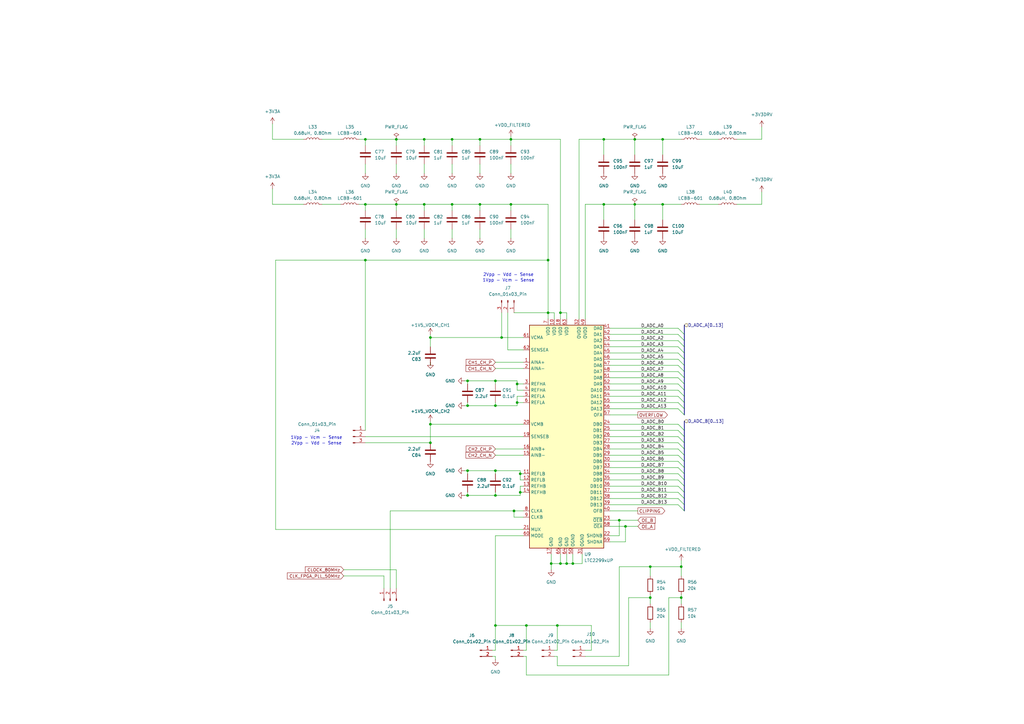
<source format=kicad_sch>
(kicad_sch (version 20250114) (generator "eeschema") (generator_version "9.0")
  (paper "A3")
  (lib_symbols
    (symbol "+2v5:+1V5_VOCM_CH1" (power) (pin_names (offset 0))
      (property "Value" "+1V5_VOCM_CH1" (at 0 3.556 0))
      (symbol "+1V5_VOCM_CH1_1_1"
        (pin power_in line (at 0 0 90) (length 0) (hide yes) (name "+1V5_VOCM_CH1") (number "1"))
      )
    )
    (symbol "+2v5:+1V5_VOCM_CH2" (power) (pin_names (offset 0))
      (property "Value" "+1V5_VOCM_CH2" (at 0 3.556 0))
      (symbol "+1V5_VOCM_CH2_1_1"
        (pin power_in line (at 0 0 90) (length 0) (hide yes) (name "+1V5_VOCM_CH2") (number "1"))
      )
    )
    (symbol "+2v5:+3V3A" (power) (pin_names (offset 0))
      (property "Value" "+3V3A" (at 0 3.556 0))
      (symbol "+3V3A_1_1"
        (pin power_in line (at 0 0 90) (length 0) (hide yes) (name "+3V3A") (number "1"))
      )
    )
    (symbol "+2v5:+3V3DRV" (power) (pin_names (offset 0))
      (property "Value" "+3V3DRV" (at 0 3.556 0))
      (symbol "+3V3DRV_1_1"
        (pin power_in line (at 0 0 90) (length 0) (hide yes) (name "+3V3DRV") (number "1"))
      )
    )
    (symbol "+2v5:+VDD_FILTERED" (power) (pin_names (offset 0))
      (property "Value" "+VDD_FILTERED" (at 0 3.556 0))
      (symbol "+VDD_FILTERED_1_1"
        (pin power_in line (at 0 0 90) (length 0) (hide yes) (name "+VDD_FILTERED") (number "1"))
      )
    )
    (symbol "Analog_ADC:LTC2299xUP"
      (property "Reference" "U9" (at 7.2233 -48.26 0))
      (property "Value" "LTC2299xUP" (at 7.2233 -50.8 0))
      (symbol "LTC2299xUP_1_1"
        (pin passive line (at -17.78 40.64 0) (length 2.54) (name "VCMA") (number "61"))
        (pin input line (at -17.78 35.56 0) (length 2.54) (name "SENSEA") (number "62"))
        (pin input line (at -17.78 30.48 0) (length 2.54) (name "AINA+") (number "1"))
        (pin input line (at -17.78 27.94 0) (length 2.54) (name "AINA-") (number "2"))
        (pin input line (at -17.78 21.59 0) (length 2.54) (name "REFHA") (number "3"))
        (pin input line (at -17.78 19.05 0) (length 2.54) (name "REFHA") (number "4"))
        (pin input line (at -17.78 16.51 0) (length 2.54) (name "REFLA") (number "5"))
        (pin input line (at -17.78 13.97 0) (length 2.54) (name "REFLA") (number "6"))
        (pin passive line (at -17.78 5.08 0) (length 2.54) (name "VCMB") (number "20"))
        (pin input line (at -17.78 0 0) (length 2.54) (name "SENSEB") (number "19"))
        (pin input line (at -17.78 -5.08 0) (length 2.54) (name "AINB+") (number "16"))
        (pin input line (at -17.78 -7.62 0) (length 2.54) (name "AINB-") (number "15"))
        (pin input line (at -17.78 -15.24 0) (length 2.54) (name "REFLB") (number "11"))
        (pin input line (at -17.78 -17.78 0) (length 2.54) (name "REFLB") (number "12"))
        (pin input line (at -17.78 -20.32 0) (length 2.54) (name "REFHB") (number "13"))
        (pin input line (at -17.78 -22.86 0) (length 2.54) (name "REFHB") (number "14"))
        (pin input line (at -17.78 -30.48 0) (length 2.54) (name "CLKA") (number "8"))
        (pin input line (at -17.78 -33.02 0) (length 2.54) (name "CLKB") (number "9"))
        (pin input line (at -17.78 -38.1 0) (length 2.54) (name "MUX") (number "21"))
        (pin input line (at -17.78 -40.64 0) (length 2.54) (name "MODE") (number "60"))
        (pin power_in line (at -7.62 48.26 270) (length 2.54) (name "VDD") (number "7"))
        (pin power_in line (at -6.35 -48.26 90) (length 2.54) (name "GND") (number "17"))
        (pin power_in line (at -5.08 48.26 270) (length 2.54) (name "VDD") (number "10"))
        (pin power_in line (at -2.54 48.26 270) (length 2.54) (name "VDD") (number "18"))
        (pin passive line (at -2.54 -48.26 90) (length 2.54) (name "GND") (number "65"))
        (pin power_in line (at 0 48.26 270) (length 2.54) (name "VDD") (number "63"))
        (pin passive line (at 0 -48.26 90) (length 2.54) (name "GND") (number "64"))
        (pin passive line (at 2.54 -48.26 90) (length 2.54) (name "OGND") (number "50"))
        (pin power_in line (at 5.08 48.26 270) (length 2.54) (name "OVDD") (number "32"))
        (pin power_in line (at 6.35 -48.26 90) (length 2.54) (name "OGND") (number "31"))
        (pin power_in line (at 7.62 48.26 270) (length 2.54) (name "OVDD") (number "49"))
        (pin output line (at 17.78 44.45 180) (length 2.54) (name "DA0") (number "41"))
        (pin output line (at 17.78 41.91 180) (length 2.54) (name "DA1") (number "42"))
        (pin output line (at 17.78 39.37 180) (length 2.54) (name "DA2") (number "43"))
        (pin output line (at 17.78 36.83 180) (length 2.54) (name "DA3") (number "44"))
        (pin output line (at 17.78 34.29 180) (length 2.54) (name "DA4") (number "45"))
        (pin output line (at 17.78 31.75 180) (length 2.54) (name "DA5") (number "46"))
        (pin output line (at 17.78 29.21 180) (length 2.54) (name "DA6") (number "47"))
        (pin output line (at 17.78 26.67 180) (length 2.54) (name "DA7") (number "48"))
        (pin output line (at 17.78 24.13 180) (length 2.54) (name "DA8") (number "51"))
        (pin output line (at 17.78 21.59 180) (length 2.54) (name "DA9") (number "52"))
        (pin output line (at 17.78 19.05 180) (length 2.54) (name "DA10") (number "53"))
        (pin output line (at 17.78 16.51 180) (length 2.54) (name "DA11") (number "54"))
        (pin output line (at 17.78 13.97 180) (length 2.54) (name "DA12") (number "55"))
        (pin output line (at 17.78 11.43 180) (length 2.54) (name "DA13") (number "56"))
        (pin output line (at 17.78 8.89 180) (length 2.54) (name "OFA") (number "57"))
        (pin output line (at 17.78 5.08 180) (length 2.54) (name "DB0") (number "24"))
        (pin output line (at 17.78 2.54 180) (length 2.54) (name "DB1") (number "25"))
        (pin output line (at 17.78 0 180) (length 2.54) (name "DB2") (number "26"))
        (pin output line (at 17.78 -2.54 180) (length 2.54) (name "DB3") (number "27"))
        (pin output line (at 17.78 -5.08 180) (length 2.54) (name "DB4") (number "28"))
        (pin output line (at 17.78 -7.62 180) (length 2.54) (name "DB5") (number "29"))
        (pin output line (at 17.78 -10.16 180) (length 2.54) (name "DB6") (number "30"))
        (pin output line (at 17.78 -12.7 180) (length 2.54) (name "DB7") (number "33"))
        (pin output line (at 17.78 -15.24 180) (length 2.54) (name "DB8") (number "34"))
        (pin output line (at 17.78 -17.78 180) (length 2.54) (name "DB9") (number "35"))
        (pin output line (at 17.78 -20.32 180) (length 2.54) (name "DB10") (number "36"))
        (pin output line (at 17.78 -22.86 180) (length 2.54) (name "DB11") (number "37"))
        (pin output line (at 17.78 -25.4 180) (length 2.54) (name "DB12") (number "38"))
        (pin output line (at 17.78 -27.94 180) (length 2.54) (name "DB13") (number "39"))
        (pin output line (at 17.78 -30.48 180) (length 2.54) (name "OFB") (number "40"))
        (pin input line (at 17.78 -34.29 180) (length 2.54) (name "~{OEB}") (number "23"))
        (pin input line (at 17.78 -36.83 180) (length 2.54) (name "~{OEA}") (number "58"))
        (pin input line (at 17.78 -40.64 180) (length 2.54) (name "SHDNB") (number "22"))
        (pin input line (at 17.78 -43.18 180) (length 2.54) (name "SHDNA") (number "59"))
      )
    )
    (symbol "Connector:Conn_01x02_Pin" (pin_names (offset 1.016) (hide yes))
      (property "Reference" "J" (at 0 2.54 0))
      (property "Value" "Conn_01x02_Pin" (at 0 -5.08 0))
      (symbol "Conn_01x02_Pin_1_1"
        (pin passive line (at 5.08 0 180) (length 3.81) (name "Pin_1") (number "1"))
        (pin passive line (at 5.08 -2.54 180) (length 3.81) (name "Pin_2") (number "2"))
      )
    )
    (symbol "Connector:Conn_01x03_Pin" (pin_names (offset 1.016) (hide yes))
      (property "Reference" "J" (at 0 5.08 0))
      (property "Value" "Conn_01x03_Pin" (at 0 -5.08 0))
      (symbol "Conn_01x03_Pin_1_1"
        (pin passive line (at 5.08 2.54 180) (length 3.81) (name "Pin_1") (number "1"))
        (pin passive line (at 5.08 0 180) (length 3.81) (name "Pin_2") (number "2"))
        (pin passive line (at 5.08 -2.54 180) (length 3.81) (name "Pin_3") (number "3"))
      )
    )
    (symbol "Device:C" (pin_numbers (hide yes)) (pin_names (offset 0.254))
      (property "Reference" "C" (at 0.635 2.54 0))
      (property "Value" "C" (at 0.635 -2.54 0))
      (symbol "C_1_1"
        (pin passive line (at 0 3.81 270) (length 2.794) (name "~") (number "1"))
        (pin passive line (at 0 -3.81 90) (length 2.794) (name "~") (number "2"))
      )
    )
    (symbol "Device:L" (pin_numbers (hide yes)) (pin_names (offset 1.016) (hide yes))
      (property "Reference" "L" (at -1.27 0 90))
      (property "Value" "L" (at 1.905 0 90))
      (symbol "L_1_1"
        (pin passive line (at 0 3.81 270) (length 1.27) (name "1") (number "1"))
        (pin passive line (at 0 -3.81 90) (length 1.27) (name "2") (number "2"))
      )
    )
    (symbol "Device:R" (pin_numbers (hide yes)) (pin_names (offset 0))
      (property "Reference" "R" (at 2.032 0 90))
      (property "Value" "R" (at 0 0 90))
      (symbol "R_1_1"
        (pin passive line (at 0 3.81 270) (length 1.27) (name "~") (number "1"))
        (pin passive line (at 0 -3.81 90) (length 1.27) (name "~") (number "2"))
      )
    )
    (symbol "power:GND" (power) (pin_numbers (hide yes)) (pin_names (offset 0) (hide yes))
      (property "Value" "GND" (at 0 -3.81 0))
      (symbol "GND_1_1"
        (pin power_in line (at 0 0 270) (length 0) (name "~") (number "1"))
      )
    )
    (symbol "power:PWR_FLAG" (power) (pin_numbers (hide yes)) (pin_names (offset 0) (hide yes))
      (property "Value" "PWR_FLAG" (at 0 3.81 0))
      (symbol "PWR_FLAG_0_0"
        (pin power_out line (at 0 0 90) (length 0) (name "~") (number "1"))
      )
    )
  )
  (text "2Vpp - Vdd - Sense\n" (at 129.794 181.864 0) (effects (font (size 1.27 1.27))))
  (text "2Vpp - Vdd - Sense\n" (at 208.534 112.776 0) (effects (font (size 1.27 1.27))))
  (text "1Vpp - Vcm - Sense" (at 129.794 179.578 0) (effects (font (size 1.27 1.27))))
  (text "1Vpp - Vcm - Sense" (at 208.534 115.062 0) (effects (font (size 1.27 1.27))))
  (junction (at 203.2 156.21))
  (junction (at 176.53 173.99))
  (junction (at 203.2 193.04))
  (junction (at 149.86 83.82))
  (junction (at 173.99 57.15))
  (junction (at 224.79 106.68))
  (junction (at 191.77 203.2))
  (junction (at 266.7 245.11))
  (junction (at 203.2 256.54))
  (junction (at 234.95 231.14))
  (junction (at 229.87 128.27))
  (junction (at 196.85 83.82))
  (junction (at 162.56 57.15))
  (junction (at 149.86 106.68))
  (junction (at 229.87 231.14))
  (junction (at 212.09 157.48))
  (junction (at 176.53 181.61))
  (junction (at 215.9 256.54))
  (junction (at 205.74 138.43))
  (junction (at 226.06 231.14))
  (junction (at 213.36 201.93))
  (junction (at 185.42 83.82))
  (junction (at 271.78 83.82))
  (junction (at 266.7 232.41))
  (junction (at 185.42 57.15))
  (junction (at 209.55 83.82))
  (junction (at 271.78 57.15))
  (junction (at 260.35 83.82))
  (junction (at 209.55 57.15))
  (junction (at 191.77 166.37))
  (junction (at 247.65 57.15))
  (junction (at 203.2 203.2))
  (junction (at 254 213.36))
  (junction (at 224.79 128.27))
  (junction (at 191.77 156.21))
  (junction (at 213.36 194.31))
  (junction (at 210.82 209.55))
  (junction (at 149.86 57.15))
  (junction (at 260.35 57.15))
  (junction (at 162.56 83.82))
  (junction (at 196.85 57.15))
  (junction (at 212.09 165.1))
  (junction (at 176.53 138.43))
  (junction (at 191.77 193.04))
  (junction (at 256.54 215.9))
  (junction (at 279.4 245.11))
  (junction (at 232.41 231.14))
  (junction (at 279.4 232.41))
  (junction (at 173.99 83.82))
  (junction (at 247.65 83.82))
  (junction (at 228.6 256.54))
  (junction (at 203.2 166.37))
  (bus_entry (at 278.13 160.02) (size 2.54 2.54))
  (bus_entry (at 278.13 176.53) (size 2.54 2.54))
  (bus_entry (at 278.13 199.39) (size 2.54 2.54))
  (bus_entry (at 278.13 157.48) (size 2.54 2.54))
  (bus_entry (at 278.13 152.4) (size 2.54 2.54))
  (bus_entry (at 278.13 184.15) (size 2.54 2.54))
  (bus_entry (at 278.13 173.99) (size 2.54 2.54))
  (bus_entry (at 278.13 186.69) (size 2.54 2.54))
  (bus_entry (at 278.13 179.07) (size 2.54 2.54))
  (bus_entry (at 278.13 204.47) (size 2.54 2.54))
  (bus_entry (at 278.13 196.85) (size 2.54 2.54))
  (bus_entry (at 278.13 139.7) (size 2.54 2.54))
  (bus_entry (at 278.13 201.93) (size 2.54 2.54))
  (bus_entry (at 278.13 162.56) (size 2.54 2.54))
  (bus_entry (at 278.13 147.32) (size 2.54 2.54))
  (bus_entry (at 278.13 194.31) (size 2.54 2.54))
  (bus_entry (at 278.13 191.77) (size 2.54 2.54))
  (bus_entry (at 278.13 137.16) (size 2.54 2.54))
  (bus_entry (at 278.13 142.24) (size 2.54 2.54))
  (bus_entry (at 278.13 181.61) (size 2.54 2.54))
  (bus_entry (at 278.13 144.78) (size 2.54 2.54))
  (bus_entry (at 278.13 154.94) (size 2.54 2.54))
  (bus_entry (at 278.13 149.86) (size 2.54 2.54))
  (bus_entry (at 278.13 189.23) (size 2.54 2.54))
  (bus_entry (at 278.13 207.01) (size 2.54 2.54))
  (bus_entry (at 278.13 167.64) (size 2.54 2.54))
  (bus_entry (at 278.13 165.1) (size 2.54 2.54))
  (bus_entry (at 278.13 134.62) (size 2.54 2.54))
  (wire (pts (xy 212.09 157.48) (xy 214.63 157.48)))
  (wire (pts (xy 191.77 203.2) (xy 190.5 203.2)))
  (wire (pts (xy 173.99 57.15) (xy 185.42 57.15)))
  (wire (pts (xy 213.36 194.31) (xy 214.63 194.31)))
  (wire (pts (xy 185.42 57.15) (xy 196.85 57.15)))
  (wire (pts (xy 214.63 179.07) (xy 149.86 179.07)))
  (bus (pts (xy 280.67 189.23) (xy 280.67 191.77)))
  (wire (pts (xy 271.78 90.17) (xy 271.78 83.82)))
  (wire (pts (xy 210.82 212.09) (xy 210.82 209.55)))
  (wire (pts (xy 176.53 173.99) (xy 214.63 173.99)))
  (wire (pts (xy 250.19 142.24) (xy 278.13 142.24)))
  (wire (pts (xy 279.4 229.87) (xy 279.4 232.41)))
  (wire (pts (xy 250.19 184.15) (xy 278.13 184.15)))
  (wire (pts (xy 224.79 83.82) (xy 209.55 83.82)))
  (wire (pts (xy 203.2 184.15) (xy 214.63 184.15)))
  (wire (pts (xy 266.7 243.84) (xy 266.7 245.11)))
  (wire (pts (xy 250.19 222.25) (xy 256.54 222.25)))
  (wire (pts (xy 271.78 83.82) (xy 260.35 83.82)))
  (wire (pts (xy 274.32 276.86) (xy 274.32 245.11)))
  (bus (pts (xy 280.67 179.07) (xy 280.67 181.61)))
  (wire (pts (xy 213.36 194.31) (xy 213.36 193.04)))
  (wire (pts (xy 294.64 57.15) (xy 287.02 57.15)))
  (bus (pts (xy 280.67 191.77) (xy 280.67 194.31)))
  (wire (pts (xy 250.19 154.94) (xy 278.13 154.94)))
  (bus (pts (xy 280.67 149.86) (xy 280.67 152.4)))
  (wire (pts (xy 250.19 165.1) (xy 278.13 165.1)))
  (bus (pts (xy 280.67 144.78) (xy 280.67 147.32)))
  (wire (pts (xy 190.5 156.21) (xy 191.77 156.21)))
  (wire (pts (xy 203.2 165.1) (xy 203.2 166.37)))
  (wire (pts (xy 203.2 203.2) (xy 191.77 203.2)))
  (wire (pts (xy 209.55 57.15) (xy 229.87 57.15)))
  (wire (pts (xy 254 213.36) (xy 254 219.71)))
  (wire (pts (xy 250.19 179.07) (xy 278.13 179.07)))
  (wire (pts (xy 250.19 144.78) (xy 278.13 144.78)))
  (wire (pts (xy 302.26 83.82) (xy 312.42 83.82)))
  (wire (pts (xy 191.77 165.1) (xy 191.77 166.37)))
  (bus (pts (xy 280.67 176.53) (xy 280.67 179.07)))
  (bus (pts (xy 280.67 204.47) (xy 280.67 207.01)))
  (wire (pts (xy 111.76 77.47) (xy 111.76 83.82)))
  (wire (pts (xy 162.56 57.15) (xy 173.99 57.15)))
  (wire (pts (xy 226.06 231.14) (xy 226.06 233.68)))
  (wire (pts (xy 214.63 162.56) (xy 212.09 162.56)))
  (wire (pts (xy 232.41 130.81) (xy 232.41 128.27)))
  (bus (pts (xy 280.67 162.56) (xy 280.67 165.1)))
  (wire (pts (xy 147.32 57.15) (xy 149.86 57.15)))
  (wire (pts (xy 279.4 255.27) (xy 279.4 257.81)))
  (wire (pts (xy 173.99 86.36) (xy 173.99 83.82)))
  (wire (pts (xy 203.2 270.51) (xy 203.2 269.24)))
  (wire (pts (xy 215.9 266.7) (xy 215.9 256.54)))
  (wire (pts (xy 247.65 57.15) (xy 260.35 57.15)))
  (wire (pts (xy 257.81 245.11) (xy 266.7 245.11)))
  (bus (pts (xy 280.67 133.35) (xy 280.67 137.16)))
  (wire (pts (xy 208.28 143.51) (xy 214.63 143.51)))
  (wire (pts (xy 203.2 219.71) (xy 214.63 219.71)))
  (bus (pts (xy 280.67 142.24) (xy 280.67 144.78)))
  (wire (pts (xy 176.53 138.43) (xy 205.74 138.43)))
  (wire (pts (xy 149.86 181.61) (xy 176.53 181.61)))
  (wire (pts (xy 213.36 203.2) (xy 203.2 203.2)))
  (wire (pts (xy 203.2 256.54) (xy 215.9 256.54)))
  (wire (pts (xy 214.63 160.02) (xy 212.09 160.02)))
  (wire (pts (xy 213.36 201.93) (xy 213.36 203.2)))
  (wire (pts (xy 294.64 83.82) (xy 287.02 83.82)))
  (wire (pts (xy 250.19 207.01) (xy 278.13 207.01)))
  (wire (pts (xy 205.74 138.43) (xy 214.63 138.43)))
  (wire (pts (xy 234.95 227.33) (xy 234.95 231.14)))
  (wire (pts (xy 250.19 196.85) (xy 278.13 196.85)))
  (wire (pts (xy 203.2 193.04) (xy 203.2 194.31)))
  (wire (pts (xy 240.03 83.82) (xy 247.65 83.82)))
  (wire (pts (xy 149.86 93.98) (xy 149.86 97.79)))
  (bus (pts (xy 280.67 154.94) (xy 280.67 157.48)))
  (wire (pts (xy 214.63 217.17) (xy 113.03 217.17)))
  (wire (pts (xy 191.77 156.21) (xy 203.2 156.21)))
  (wire (pts (xy 191.77 193.04) (xy 203.2 193.04)))
  (wire (pts (xy 185.42 57.15) (xy 185.42 59.69)))
  (wire (pts (xy 250.19 199.39) (xy 278.13 199.39)))
  (wire (pts (xy 250.19 186.69) (xy 278.13 186.69)))
  (wire (pts (xy 250.19 201.93) (xy 278.13 201.93)))
  (wire (pts (xy 214.63 212.09) (xy 210.82 212.09)))
  (wire (pts (xy 250.19 152.4) (xy 278.13 152.4)))
  (wire (pts (xy 160.02 241.3) (xy 160.02 209.55)))
  (wire (pts (xy 247.65 57.15) (xy 247.65 63.5)))
  (bus (pts (xy 280.67 194.31) (xy 280.67 196.85)))
  (bus (pts (xy 280.67 157.48) (xy 280.67 160.02)))
  (wire (pts (xy 196.85 67.31) (xy 196.85 71.12)))
  (wire (pts (xy 196.85 57.15) (xy 196.85 59.69)))
  (wire (pts (xy 250.19 134.62) (xy 278.13 134.62)))
  (wire (pts (xy 250.19 149.86) (xy 278.13 149.86)))
  (wire (pts (xy 208.28 128.27) (xy 208.28 143.51)))
  (wire (pts (xy 185.42 83.82) (xy 185.42 86.36)))
  (wire (pts (xy 191.77 193.04) (xy 191.77 194.31)))
  (wire (pts (xy 210.82 209.55) (xy 214.63 209.55)))
  (wire (pts (xy 149.86 67.31) (xy 149.86 71.12)))
  (wire (pts (xy 250.19 181.61) (xy 278.13 181.61)))
  (wire (pts (xy 149.86 106.68) (xy 224.79 106.68)))
  (wire (pts (xy 212.09 157.48) (xy 212.09 156.21)))
  (wire (pts (xy 247.65 83.82) (xy 247.65 90.17)))
  (wire (pts (xy 279.4 245.11) (xy 279.4 247.65)))
  (wire (pts (xy 191.77 166.37) (xy 190.5 166.37)))
  (wire (pts (xy 209.55 86.36) (xy 209.55 83.82)))
  (wire (pts (xy 149.86 83.82) (xy 147.32 83.82)))
  (wire (pts (xy 203.2 219.71) (xy 203.2 256.54)))
  (wire (pts (xy 312.42 57.15) (xy 312.42 52.07)))
  (wire (pts (xy 185.42 83.82) (xy 173.99 83.82)))
  (wire (pts (xy 162.56 67.31) (xy 162.56 71.12)))
  (bus (pts (xy 280.67 201.93) (xy 280.67 204.47)))
  (wire (pts (xy 157.48 236.22) (xy 157.48 241.3)))
  (wire (pts (xy 266.7 257.81) (xy 266.7 255.27)))
  (wire (pts (xy 132.08 57.15) (xy 139.7 57.15)))
  (bus (pts (xy 280.67 137.16) (xy 280.67 139.7)))
  (wire (pts (xy 250.19 157.48) (xy 278.13 157.48)))
  (wire (pts (xy 256.54 215.9) (xy 256.54 222.25)))
  (bus (pts (xy 280.67 147.32) (xy 280.67 149.86)))
  (wire (pts (xy 240.03 83.82) (xy 240.03 130.81)))
  (wire (pts (xy 173.99 93.98) (xy 173.99 97.79)))
  (wire (pts (xy 250.19 137.16) (xy 278.13 137.16)))
  (wire (pts (xy 312.42 83.82) (xy 312.42 78.74)))
  (wire (pts (xy 160.02 209.55) (xy 210.82 209.55)))
  (wire (pts (xy 237.49 57.15) (xy 237.49 130.81)))
  (wire (pts (xy 228.6 266.7) (xy 228.6 256.54)))
  (wire (pts (xy 201.93 266.7) (xy 203.2 266.7)))
  (wire (pts (xy 203.2 266.7) (xy 203.2 256.54)))
  (wire (pts (xy 226.06 231.14) (xy 229.87 231.14)))
  (wire (pts (xy 254 232.41) (xy 266.7 232.41)))
  (wire (pts (xy 250.19 162.56) (xy 278.13 162.56)))
  (wire (pts (xy 254 219.71) (xy 250.19 219.71)))
  (wire (pts (xy 227.33 266.7) (xy 228.6 266.7)))
  (wire (pts (xy 176.53 149.86) (xy 176.53 148.59)))
  (bus (pts (xy 280.67 160.02) (xy 280.67 162.56)))
  (bus (pts (xy 280.67 184.15) (xy 280.67 186.69)))
  (wire (pts (xy 203.2 148.59) (xy 214.63 148.59)))
  (wire (pts (xy 232.41 227.33) (xy 232.41 231.14)))
  (wire (pts (xy 111.76 57.15) (xy 124.46 57.15)))
  (wire (pts (xy 302.26 57.15) (xy 312.42 57.15)))
  (bus (pts (xy 280.67 207.01) (xy 280.67 209.55)))
  (wire (pts (xy 162.56 93.98) (xy 162.56 97.79)))
  (wire (pts (xy 203.2 166.37) (xy 191.77 166.37)))
  (wire (pts (xy 212.09 165.1) (xy 214.63 165.1)))
  (wire (pts (xy 203.2 151.13) (xy 214.63 151.13)))
  (wire (pts (xy 176.53 181.61) (xy 176.53 173.99)))
  (wire (pts (xy 250.19 204.47) (xy 278.13 204.47)))
  (wire (pts (xy 196.85 57.15) (xy 209.55 57.15)))
  (wire (pts (xy 240.03 266.7) (xy 242.57 266.7)))
  (wire (pts (xy 228.6 256.54) (xy 215.9 256.54)))
  (wire (pts (xy 212.09 162.56) (xy 212.09 165.1)))
  (wire (pts (xy 224.79 128.27) (xy 224.79 130.81)))
  (wire (pts (xy 205.74 128.27) (xy 205.74 138.43)))
  (bus (pts (xy 280.67 152.4) (xy 280.67 154.94)))
  (wire (pts (xy 250.19 176.53) (xy 278.13 176.53)))
  (wire (pts (xy 196.85 83.82) (xy 196.85 86.36)))
  (wire (pts (xy 149.86 86.36) (xy 149.86 83.82)))
  (wire (pts (xy 238.76 227.33) (xy 238.76 231.14)))
  (wire (pts (xy 212.09 165.1) (xy 212.09 166.37)))
  (wire (pts (xy 149.86 57.15) (xy 162.56 57.15)))
  (wire (pts (xy 209.55 67.31) (xy 209.55 71.12)))
  (wire (pts (xy 162.56 83.82) (xy 173.99 83.82)))
  (wire (pts (xy 214.63 199.39) (xy 213.36 199.39)))
  (wire (pts (xy 132.08 83.82) (xy 139.7 83.82)))
  (wire (pts (xy 271.78 83.82) (xy 279.4 83.82)))
  (wire (pts (xy 214.63 196.85) (xy 213.36 196.85)))
  (wire (pts (xy 113.03 106.68) (xy 149.86 106.68)))
  (wire (pts (xy 266.7 245.11) (xy 266.7 247.65)))
  (wire (pts (xy 203.2 156.21) (xy 203.2 157.48)))
  (wire (pts (xy 250.19 139.7) (xy 278.13 139.7)))
  (wire (pts (xy 250.19 191.77) (xy 278.13 191.77)))
  (wire (pts (xy 203.2 193.04) (xy 213.36 193.04)))
  (wire (pts (xy 190.5 193.04) (xy 191.77 193.04)))
  (wire (pts (xy 111.76 50.8) (xy 111.76 57.15)))
  (wire (pts (xy 250.19 160.02) (xy 278.13 160.02)))
  (wire (pts (xy 196.85 83.82) (xy 185.42 83.82)))
  (wire (pts (xy 214.63 266.7) (xy 215.9 266.7)))
  (wire (pts (xy 162.56 86.36) (xy 162.56 83.82)))
  (wire (pts (xy 213.36 196.85) (xy 213.36 194.31)))
  (wire (pts (xy 227.33 130.81) (xy 227.33 128.27)))
  (wire (pts (xy 247.65 83.82) (xy 260.35 83.82)))
  (wire (pts (xy 173.99 67.31) (xy 173.99 71.12)))
  (wire (pts (xy 176.53 138.43) (xy 176.53 137.16)))
  (wire (pts (xy 256.54 215.9) (xy 261.62 215.9)))
  (wire (pts (xy 274.32 245.11) (xy 279.4 245.11)))
  (wire (pts (xy 215.9 276.86) (xy 215.9 269.24)))
  (wire (pts (xy 257.81 273.05) (xy 257.81 245.11)))
  (wire (pts (xy 212.09 160.02) (xy 212.09 157.48)))
  (wire (pts (xy 196.85 93.98) (xy 196.85 97.79)))
  (wire (pts (xy 229.87 57.15) (xy 229.87 128.27)))
  (wire (pts (xy 250.19 167.64) (xy 278.13 167.64)))
  (wire (pts (xy 261.62 209.55) (xy 250.19 209.55)))
  (bus (pts (xy 280.67 199.39) (xy 280.67 201.93)))
  (wire (pts (xy 232.41 231.14) (xy 234.95 231.14)))
  (wire (pts (xy 215.9 269.24) (xy 214.63 269.24)))
  (wire (pts (xy 228.6 269.24) (xy 227.33 269.24)))
  (wire (pts (xy 213.36 201.93) (xy 214.63 201.93)))
  (wire (pts (xy 260.35 83.82) (xy 260.35 90.17)))
  (wire (pts (xy 185.42 67.31) (xy 185.42 71.12)))
  (wire (pts (xy 113.03 217.17) (xy 113.03 106.68)))
  (wire (pts (xy 209.55 55.88) (xy 209.55 57.15)))
  (wire (pts (xy 250.19 194.31) (xy 278.13 194.31)))
  (wire (pts (xy 254 269.24) (xy 240.03 269.24)))
  (wire (pts (xy 203.2 201.93) (xy 203.2 203.2)))
  (wire (pts (xy 209.55 83.82) (xy 196.85 83.82)))
  (wire (pts (xy 250.19 215.9) (xy 256.54 215.9)))
  (wire (pts (xy 210.82 128.27) (xy 224.79 128.27)))
  (wire (pts (xy 266.7 232.41) (xy 266.7 236.22)))
  (wire (pts (xy 227.33 128.27) (xy 224.79 128.27)))
  (wire (pts (xy 250.19 213.36) (xy 254 213.36)))
  (wire (pts (xy 149.86 176.53) (xy 149.86 106.68)))
  (wire (pts (xy 191.77 201.93) (xy 191.77 203.2)))
  (wire (pts (xy 242.57 256.54) (xy 228.6 256.54)))
  (wire (pts (xy 162.56 233.68) (xy 140.97 233.68)))
  (wire (pts (xy 261.62 170.18) (xy 250.19 170.18)))
  (bus (pts (xy 280.67 167.64) (xy 280.67 170.18)))
  (wire (pts (xy 271.78 63.5) (xy 271.78 57.15)))
  (bus (pts (xy 280.67 186.69) (xy 280.67 189.23)))
  (wire (pts (xy 185.42 93.98) (xy 185.42 97.79)))
  (wire (pts (xy 162.56 83.82) (xy 149.86 83.82)))
  (wire (pts (xy 250.19 147.32) (xy 278.13 147.32)))
  (wire (pts (xy 226.06 227.33) (xy 226.06 231.14)))
  (wire (pts (xy 232.41 231.14) (xy 229.87 231.14)))
  (wire (pts (xy 176.53 173.99) (xy 176.53 172.72)))
  (wire (pts (xy 254 232.41) (xy 254 269.24)))
  (wire (pts (xy 266.7 232.41) (xy 279.4 232.41)))
  (wire (pts (xy 234.95 231.14) (xy 238.76 231.14)))
  (wire (pts (xy 279.4 243.84) (xy 279.4 245.11)))
  (wire (pts (xy 250.19 189.23) (xy 278.13 189.23)))
  (wire (pts (xy 176.53 142.24) (xy 176.53 138.43)))
  (wire (pts (xy 229.87 227.33) (xy 229.87 231.14)))
  (wire (pts (xy 203.2 186.69) (xy 214.63 186.69)))
  (wire (pts (xy 228.6 273.05) (xy 228.6 269.24)))
  (bus (pts (xy 280.67 139.7) (xy 280.67 142.24)))
  (bus (pts (xy 280.67 196.85) (xy 280.67 199.39)))
  (wire (pts (xy 203.2 166.37) (xy 212.09 166.37)))
  (wire (pts (xy 111.76 83.82) (xy 124.46 83.82)))
  (wire (pts (xy 232.41 128.27) (xy 229.87 128.27)))
  (wire (pts (xy 203.2 269.24) (xy 201.93 269.24)))
  (bus (pts (xy 280.67 172.72) (xy 280.67 176.53)))
  (wire (pts (xy 224.79 83.82) (xy 224.79 106.68)))
  (bus (pts (xy 280.67 165.1) (xy 280.67 167.64)))
  (wire (pts (xy 213.36 199.39) (xy 213.36 201.93)))
  (wire (pts (xy 271.78 57.15) (xy 279.4 57.15)))
  (wire (pts (xy 224.79 106.68) (xy 224.79 128.27)))
  (wire (pts (xy 173.99 59.69) (xy 173.99 57.15)))
  (bus (pts (xy 280.67 181.61) (xy 280.67 184.15)))
  (wire (pts (xy 228.6 273.05) (xy 257.81 273.05)))
  (wire (pts (xy 250.19 173.99) (xy 278.13 173.99)))
  (wire (pts (xy 254 213.36) (xy 261.62 213.36)))
  (wire (pts (xy 271.78 57.15) (xy 260.35 57.15)))
  (wire (pts (xy 242.57 266.7) (xy 242.57 256.54)))
  (wire (pts (xy 191.77 156.21) (xy 191.77 157.48)))
  (wire (pts (xy 140.97 236.22) (xy 157.48 236.22)))
  (wire (pts (xy 212.09 156.21) (xy 203.2 156.21)))
  (wire (pts (xy 237.49 57.15) (xy 247.65 57.15)))
  (wire (pts (xy 209.55 59.69) (xy 209.55 57.15)))
  (wire (pts (xy 279.4 232.41) (xy 279.4 236.22)))
  (wire (pts (xy 209.55 93.98) (xy 209.55 97.79)))
  (wire (pts (xy 149.86 59.69) (xy 149.86 57.15)))
  (wire (pts (xy 215.9 276.86) (xy 274.32 276.86)))
  (wire (pts (xy 229.87 130.81) (xy 229.87 128.27)))
  (wire (pts (xy 162.56 241.3) (xy 162.56 233.68)))
  (wire (pts (xy 260.35 57.15) (xy 260.35 63.5)))
  (wire (pts (xy 162.56 59.69) (xy 162.56 57.15)))
  (label "D_ADC_B9" (at 262.89 196.85 0))
  (label "D_ADC_B13" (at 262.89 207.01 0))
  (label "D_ADC_A13" (at 262.89 167.64 0))
  (label "D_ADC_B3" (at 262.89 181.61 0))
  (label "D_ADC_A11" (at 262.89 162.56 0))
  (label "D_ADC_B7" (at 262.89 191.77 0))
  (label "D_ADC_A8" (at 262.89 154.94 0))
  (label "D_ADC_A10" (at 262.89 160.02 0))
  (label "D_ADC_A5" (at 262.89 147.32 0))
  (label "D_ADC_A12" (at 262.89 165.1 0))
  (label "D_ADC_B0" (at 262.89 173.99 0))
  (label "D_ADC_B6" (at 262.89 189.23 0))
  (label "D_ADC_A7" (at 262.89 152.4 0))
  (label "D_ADC_A0" (at 262.89 134.62 0))
  (label "D_ADC_A3" (at 262.89 142.24 0))
  (label "D_ADC_B2" (at 262.89 179.07 0))
  (label "D_ADC_A4" (at 262.89 144.78 0))
  (label "D_ADC_A2" (at 262.89 139.7 0))
  (label "D_ADC_A6" (at 262.89 149.86 0))
  (label "D_ADC_B4" (at 262.89 184.15 0))
  (label "D_ADC_B10" (at 262.89 199.39 0))
  (label "D_ADC_B8" (at 262.89 194.31 0))
  (label "D_ADC_B12" (at 262.89 204.47 0))
  (label "D_ADC_B1" (at 262.89 176.53 0))
  (label "D_ADC_B11" (at 262.89 201.93 0))
  (label "D_ADC_B5" (at 262.89 186.69 0))
  (label "D_ADC_A1" (at 262.89 137.16 0))
  (label "D_ADC_A9" (at 262.89 157.48 0))
  (global_label "OE_B" (shape input) (at 261.62 213.36 0) (property "Intersheetrefs" "${INTERSHEET_REFS}" (effects (hide yes))))
  (global_label "CH2_CH_N" (shape input) (at 203.2 186.69 180) (property "Intersheetrefs" "${INTERSHEET_REFS}" (effects (hide yes))))
  (global_label "CH1_CH_P" (shape input) (at 203.2 148.59 180) (property "Intersheetrefs" "${INTERSHEET_REFS}" (effects (hide yes))))
  (global_label "CH1_CH_N" (shape input) (at 203.2 151.13 180) (property "Intersheetrefs" "${INTERSHEET_REFS}" (effects (hide yes))))
  (global_label "CLIPPING" (shape output) (at 261.62 209.55 0) (property "Intersheetrefs" "${INTERSHEET_REFS}" (effects (hide yes))))
  (global_label "CLOCK_80MHz" (shape input) (at 140.97 233.68 180) (property "Intersheetrefs" "${INTERSHEET_REFS}" (effects (hide yes))))
  (global_label "OE_A" (shape input) (at 261.62 215.9 0) (property "Intersheetrefs" "${INTERSHEET_REFS}" (effects (hide yes))))
  (global_label "OVERFLOW" (shape output) (at 261.62 170.18 0) (property "Intersheetrefs" "${INTERSHEET_REFS}" (effects (hide yes))))
  (global_label "CLK_FPGA_PLL_50MHz" (shape input) (at 140.97 236.22 180) (property "Intersheetrefs" "${INTERSHEET_REFS}" (effects (hide yes))))
  (global_label "CH2_CH_P" (shape input) (at 203.2 184.15 180) (property "Intersheetrefs" "${INTERSHEET_REFS}" (effects (hide yes))))
  (hierarchical_label "D_ADC_B[0..13]" (shape input) (at 280.67 172.72 0))
  (hierarchical_label "D_ADC_A[0..13]" (shape input) (at 280.67 133.35 0))
  (symbol (lib_id "power:GND") (at 247.65 71.12 0) (unit 1)
    (property "Reference" "#PWR0130" (effects (hide yes)))
    (property "Value" "GND" (at 247.65 76.2 0))
    (property "Description" "Power symbol creates a global label with name \"GND\" , ground" (effects (hide yes)))
  )
  (symbol (lib_id "Device:C") (at 162.56 63.5 0) (unit 1)
    (property "Reference" "C79" (at 166.37 62.2299 0) (effects (justify left)))
    (property "Value" "10uF" (at 166.37 64.7699 0) (effects (justify left)))
    (property "Footprint" "Capacitor_SMD:C_0805_2012Metric" (effects (hide yes)))
    (property "Description" "Unpolarized capacitor" (effects (hide yes)))
  )
  (symbol (lib_id "Device:L") (at 128.27 57.15 90) (unit 1)
    (property "Reference" "L33" (at 128.27 52.07 90))
    (property "Value" "0.68uH, 0.8Ohm" (at 128.27 54.61 90))
    (property "Footprint" "Inductor_SMD:L_0805_2012Metric" (effects (hide yes)))
    (property "Description" "Inductor" (effects (hide yes)))
  )
  (symbol (lib_id "Device:C") (at 185.42 90.17 0) (unit 1)
    (property "Reference" "C86" (at 189.23 88.8999 0) (effects (justify left)))
    (property "Value" "1uF" (at 189.23 91.4399 0) (effects (justify left)))
    (property "Footprint" "Capacitor_SMD:C_0805_2012Metric" (effects (hide yes)))
    (property "Description" "Unpolarized capacitor" (effects (hide yes)))
  )
  (symbol (lib_id "Device:C") (at 260.35 93.98 180) (unit 1)
    (property "Reference" "C98" (at 264.16 92.7099 0) (effects (justify right)))
    (property "Value" "1uF" (at 264.16 95.2499 0) (effects (justify right)))
    (property "Footprint" "Capacitor_SMD:C_0805_2012Metric" (effects (hide yes)))
    (property "Description" "Unpolarized capacitor" (effects (hide yes)))
  )
  (symbol (lib_id "Device:R") (at 279.4 251.46 0) (unit 1)
    (property "Reference" "R57" (at 281.94 250.1899 0) (effects (justify left)))
    (property "Value" "10k" (at 281.94 252.7299 0) (effects (justify left)))
    (property "Footprint" "Resistor_SMD:R_0805_2012Metric" (effects (hide yes)))
    (property "Description" "Resistor" (effects (hide yes)))
  )
  (symbol (lib_id "Device:L") (at 298.45 83.82 270) (mirror x) (unit 1)
    (property "Reference" "L40" (at 298.45 78.74 90))
    (property "Value" "0.68uH, 0.8Ohm" (at 298.45 81.28 90))
    (property "Footprint" "Inductor_SMD:L_0805_2012Metric" (effects (hide yes)))
    (property "Description" "Inductor" (effects (hide yes)))
  )
  (symbol (lib_id "Connector:Conn_01x03_Pin") (at 208.28 123.19 270) (unit 1)
    (property "Reference" "J7" (at 208.28 118.11 90))
    (property "Value" "Conn_01x03_Pin" (at 208.28 120.65 90))
    (property "Footprint" "Connector_PinHeader_2.54mm:PinHeader_1x03_P2.54mm_Vertical" (effects (hide yes)))
    (property "Description" "Generic connector, single row, 01x03, script generated" (effects (hide yes)))
  )
  (symbol (lib_id "Device:C") (at 176.53 185.42 0) (unit 1)
    (property "Reference" "C84" (at 172.72 186.6901 0) (effects (justify right)))
    (property "Value" "2.2uF" (at 172.72 184.1501 0) (effects (justify right)))
    (property "Footprint" "Capacitor_SMD:C_0805_2012Metric" (effects (hide yes)))
    (property "Description" "Unpolarized capacitor" (effects (hide yes)))
  )
  (symbol (lib_id "Connector:Conn_01x02_Pin") (at 196.85 266.7 0) (unit 1)
    (property "Reference" "J6" (at 193.548 260.604 0))
    (property "Value" "Conn_01x02_Pin" (at 193.548 263.144 0))
    (property "Footprint" "Connector_PinHeader_2.54mm:PinHeader_1x02_P2.54mm_Vertical" (effects (hide yes)))
    (property "Description" "Generic connector, single row, 01x02, script generated" (effects (hide yes)))
  )
  (symbol (lib_id "power:PWR_FLAG") (at 260.35 57.15 0) (unit 1)
    (property "Reference" "#FLG021" (effects (hide yes)))
    (property "Value" "PWR_FLAG" (at 260.35 52.07 0))
    (property "Description" "Special symbol for telling ERC where power comes from" (effects (hide yes)))
  )
  (symbol (lib_id "+2v5:+3V3A") (at 111.76 77.47 0) (unit 1)
    (property "Reference" "#PWR0107" (effects (hide yes)))
    (property "Value" "+3V3A" (at 111.76 72.39 0))
    (property "Description" "Power symbol creates a global label with name \"+6V5\"" (effects (hide yes)))
  )
  (symbol (lib_id "+2v5:+3V3A") (at 111.76 50.8 0) (unit 1)
    (property "Reference" "#PWR0106" (effects (hide yes)))
    (property "Value" "+3V3A" (at 111.76 45.72 0))
    (property "Description" "Power symbol creates a global label with name \"+6V5\"" (effects (hide yes)))
  )
  (symbol (lib_id "power:GND") (at 226.06 233.68 0) (unit 1)
    (property "Reference" "#PWR0129" (effects (hide yes)))
    (property "Value" "GND" (at 226.06 238.76 0))
    (property "Description" "Power symbol creates a global label with name \"GND\" , ground" (effects (hide yes)))
  )
  (symbol (lib_id "+2v5:+1V5_VOCM_CH2") (at 176.53 172.72 0) (unit 1)
    (property "Reference" "#PWR0116" (effects (hide yes)))
    (property "Value" "+1V5_VOCM_CH2" (at 176.53 168.656 0))
    (property "Description" "Power symbol creates a global label with name \"+6V5\"" (effects (hide yes)))
  )
  (symbol (lib_id "power:GND") (at 196.85 71.12 0) (unit 1)
    (property "Reference" "#PWR0124" (effects (hide yes)))
    (property "Value" "GND" (at 196.85 76.2 0))
    (property "Description" "Power symbol creates a global label with name \"GND\" , ground" (effects (hide yes)))
  )
  (symbol (lib_id "Device:C") (at 191.77 161.29 0) (unit 1)
    (property "Reference" "C87" (at 194.818 160.02 0) (effects (justify left)))
    (property "Value" "2.2uF" (at 194.818 162.56 0) (effects (justify left)))
    (property "Footprint" "Capacitor_SMD:C_0805_2012Metric" (effects (hide yes)))
    (property "Description" "Unpolarized capacitor" (effects (hide yes)))
  )
  (symbol (lib_id "power:GND") (at 266.7 257.81 0) (unit 1)
    (property "Reference" "#PWR0134" (effects (hide yes)))
    (property "Value" "GND" (at 266.7 262.89 0))
    (property "Description" "Power symbol creates a global label with name \"GND\" , ground" (effects (hide yes)))
  )
  (symbol (lib_id "Connector:Conn_01x02_Pin") (at 209.55 266.7 0) (unit 1)
    (property "Reference" "J8" (at 209.804 260.604 0))
    (property "Value" "Conn_01x02_Pin" (at 209.804 263.144 0))
    (property "Footprint" "Connector_PinHeader_2.54mm:PinHeader_1x02_P2.54mm_Vertical" (effects (hide yes)))
    (property "Description" "Generic connector, single row, 01x02, script generated" (effects (hide yes)))
  )
  (symbol (lib_id "Device:L") (at 128.27 83.82 90) (unit 1)
    (property "Reference" "L34" (at 128.27 78.74 90))
    (property "Value" "0.68uH, 0.8Ohm" (at 128.27 81.28 90))
    (property "Footprint" "Inductor_SMD:L_0805_2012Metric" (effects (hide yes)))
    (property "Description" "Inductor" (effects (hide yes)))
  )
  (symbol (lib_id "Device:C") (at 271.78 67.31 180) (unit 1)
    (property "Reference" "C99" (at 275.59 66.0399 0) (effects (justify right)))
    (property "Value" "10uF" (at 275.59 68.5799 0) (effects (justify right)))
    (property "Footprint" "Capacitor_SMD:C_0805_2012Metric" (effects (hide yes)))
    (property "Description" "Unpolarized capacitor" (effects (hide yes)))
  )
  (symbol (lib_id "Device:C") (at 271.78 93.98 180) (unit 1)
    (property "Reference" "C100" (at 275.59 92.7099 0) (effects (justify right)))
    (property "Value" "10uF" (at 275.59 95.2499 0) (effects (justify right)))
    (property "Footprint" "Capacitor_SMD:C_0805_2012Metric" (effects (hide yes)))
    (property "Description" "Unpolarized capacitor" (effects (hide yes)))
  )
  (symbol (lib_id "Device:C") (at 260.35 67.31 180) (unit 1)
    (property "Reference" "C97" (at 264.16 66.0399 0) (effects (justify right)))
    (property "Value" "1uF" (at 264.16 68.5799 0) (effects (justify right)))
    (property "Footprint" "Capacitor_SMD:C_0805_2012Metric" (effects (hide yes)))
    (property "Description" "Unpolarized capacitor" (effects (hide yes)))
  )
  (symbol (lib_id "Connector:Conn_01x03_Pin") (at 160.02 246.38 90) (unit 1)
    (property "Reference" "J5" (at 160.02 248.666 90))
    (property "Value" "Conn_01x03_Pin" (at 160.02 251.206 90))
    (property "Footprint" "Connector_PinHeader_2.54mm:PinHeader_1x03_P2.54mm_Vertical" (effects (hide yes)))
    (property "Description" "Generic connector, single row, 01x03, script generated" (effects (hide yes)))
  )
  (symbol (lib_id "Device:C") (at 149.86 63.5 0) (unit 1)
    (property "Reference" "C77" (at 153.67 62.2299 0) (effects (justify left)))
    (property "Value" "10uF" (at 153.67 64.7699 0) (effects (justify left)))
    (property "Footprint" "Capacitor_SMD:C_0805_2012Metric" (effects (hide yes)))
    (property "Description" "Unpolarized capacitor" (effects (hide yes)))
  )
  (symbol (lib_id "Connector:Conn_01x02_Pin") (at 222.25 266.7 0) (unit 1)
    (property "Reference" "J9" (at 225.806 260.604 0))
    (property "Value" "Conn_01x02_Pin" (at 225.806 263.144 0))
    (property "Footprint" "Connector_PinHeader_2.54mm:PinHeader_1x02_P2.54mm_Vertical" (effects (hide yes)))
    (property "Description" "Generic connector, single row, 01x02, script generated" (effects (hide yes)))
  )
  (symbol (lib_id "Connector:Conn_01x02_Pin") (at 234.95 266.7 0) (unit 1)
    (property "Reference" "J10" (at 242.316 260.096 0))
    (property "Value" "Conn_01x02_Pin" (at 242.062 263.144 0))
    (property "Footprint" "Connector_PinHeader_2.54mm:PinHeader_1x02_P2.54mm_Vertical" (effects (hide yes)))
    (property "Description" "Generic connector, single row, 01x02, script generated" (effects (hide yes)))
  )
  (symbol (lib_id "power:GND") (at 196.85 97.79 0) (unit 1)
    (property "Reference" "#PWR0125" (effects (hide yes)))
    (property "Value" "GND" (at 196.85 102.87 0))
    (property "Description" "Power symbol creates a global label with name \"GND\" , ground" (effects (hide yes)))
  )
  (symbol (lib_id "Device:L") (at 283.21 57.15 270) (mirror x) (unit 1)
    (property "Reference" "L37" (at 283.21 52.07 90))
    (property "Value" "LCBB-601" (at 283.21 54.61 90))
    (property "Footprint" "Inductor_SMD:L_0805_2012Metric" (effects (hide yes)))
    (property "Description" "Inductor" (effects (hide yes)))
  )
  (symbol (lib_id "power:GND") (at 190.5 203.2 270) (unit 1)
    (property "Reference" "#PWR0123" (effects (hide yes)))
    (property "Value" "GND" (at 186.69 203.1999 90) (effects (justify right)))
    (property "Description" "Power symbol creates a global label with name \"GND\" , ground" (effects (hide yes)))
  )
  (symbol (lib_id "Device:C") (at 203.2 198.12 0) (unit 1)
    (property "Reference" "C92" (at 205.994 196.85 0) (effects (justify left)))
    (property "Value" "0.1uF" (at 205.994 199.39 0) (effects (justify left)))
    (property "Footprint" "Capacitor_SMD:C_0805_2012Metric" (effects (hide yes)))
    (property "Description" "Unpolarized capacitor" (effects (hide yes)))
  )
  (symbol (lib_id "Device:C") (at 191.77 198.12 0) (unit 1)
    (property "Reference" "C88" (at 195.58 196.8499 0) (effects (justify left)))
    (property "Value" "2.2uF" (at 195.58 199.3899 0) (effects (justify left)))
    (property "Footprint" "Capacitor_SMD:C_0805_2012Metric" (effects (hide yes)))
    (property "Description" "Unpolarized capacitor" (effects (hide yes)))
  )
  (symbol (lib_id "power:GND") (at 203.2 270.51 0) (unit 1)
    (property "Reference" "#PWR0126" (effects (hide yes)))
    (property "Value" "GND" (at 203.2 275.59 0))
    (property "Description" "Power symbol creates a global label with name \"GND\" , ground" (effects (hide yes)))
  )
  (symbol (lib_id "power:PWR_FLAG") (at 162.56 57.15 0) (unit 1)
    (property "Reference" "#FLG019" (effects (hide yes)))
    (property "Value" "PWR_FLAG" (at 162.56 52.07 0))
    (property "Description" "Special symbol for telling ERC where power comes from" (effects (hide yes)))
  )
  (symbol (lib_id "power:GND") (at 209.55 71.12 0) (unit 1)
    (property "Reference" "#PWR0127" (effects (hide yes)))
    (property "Value" "GND" (at 209.55 76.2 0))
    (property "Description" "Power symbol creates a global label with name \"GND\" , ground" (effects (hide yes)))
  )
  (symbol (lib_id "Device:C") (at 162.56 90.17 0) (unit 1)
    (property "Reference" "C80" (at 166.37 88.8999 0) (effects (justify left)))
    (property "Value" "10uF" (at 166.37 91.4399 0) (effects (justify left)))
    (property "Footprint" "Capacitor_SMD:C_0805_2012Metric" (effects (hide yes)))
    (property "Description" "Unpolarized capacitor" (effects (hide yes)))
  )
  (symbol (lib_id "Device:C") (at 173.99 63.5 0) (unit 1)
    (property "Reference" "C81" (at 177.8 62.2299 0) (effects (justify left)))
    (property "Value" "1uF" (at 177.8 64.7699 0) (effects (justify left)))
    (property "Footprint" "Capacitor_SMD:C_0805_2012Metric" (effects (hide yes)))
    (property "Description" "Unpolarized capacitor" (effects (hide yes)))
  )
  (symbol (lib_id "Device:C") (at 176.53 146.05 0) (unit 1)
    (property "Reference" "C83" (at 172.72 147.3201 0) (effects (justify right)))
    (property "Value" "2.2uF" (at 172.72 144.7801 0) (effects (justify right)))
    (property "Footprint" "Capacitor_SMD:C_0805_2012Metric" (effects (hide yes)))
    (property "Description" "Unpolarized capacitor" (effects (hide yes)))
  )
  (symbol (lib_id "power:GND") (at 173.99 71.12 0) (unit 1)
    (property "Reference" "#PWR0112" (effects (hide yes)))
    (property "Value" "GND" (at 173.99 76.2 0))
    (property "Description" "Power symbol creates a global label with name \"GND\" , ground" (effects (hide yes)))
  )
  (symbol (lib_id "power:GND") (at 190.5 193.04 270) (unit 1)
    (property "Reference" "#PWR0122" (effects (hide yes)))
    (property "Value" "GND" (at 186.69 193.0399 90) (effects (justify right)))
    (property "Description" "Power symbol creates a global label with name \"GND\" , ground" (effects (hide yes)))
  )
  (symbol (lib_id "power:GND") (at 185.42 97.79 0) (unit 1)
    (property "Reference" "#PWR0119" (effects (hide yes)))
    (property "Value" "GND" (at 185.42 102.87 0))
    (property "Description" "Power symbol creates a global label with name \"GND\" , ground" (effects (hide yes)))
  )
  (symbol (lib_id "power:GND") (at 271.78 97.79 0) (unit 1)
    (property "Reference" "#PWR0136" (effects (hide yes)))
    (property "Value" "GND" (at 271.78 102.87 0))
    (property "Description" "Power symbol creates a global label with name \"GND\" , ground" (effects (hide yes)))
  )
  (symbol (lib_id "+2v5:+3V3DRV") (at 312.42 52.07 0) (unit 1)
    (property "Reference" "#PWR0138" (effects (hide yes)))
    (property "Value" "+3V3DRV" (at 312.42 46.99 0))
    (property "Description" "Power symbol creates a global label with name \"+6V5\"" (effects (hide yes)))
  )
  (symbol (lib_id "Device:L") (at 143.51 57.15 90) (unit 1)
    (property "Reference" "L35" (at 143.51 52.07 90))
    (property "Value" "LCBB-601" (at 143.51 54.61 90))
    (property "Footprint" "Inductor_SMD:L_0805_2012Metric" (effects (hide yes)))
    (property "Description" "Inductor" (effects (hide yes)))
  )
  (symbol (lib_id "power:GND") (at 173.99 97.79 0) (unit 1)
    (property "Reference" "#PWR0113" (effects (hide yes)))
    (property "Value" "GND" (at 173.99 102.87 0))
    (property "Description" "Power symbol creates a global label with name \"GND\" , ground" (effects (hide yes)))
  )
  (symbol (lib_id "power:GND") (at 149.86 71.12 0) (unit 1)
    (property "Reference" "#PWR0108" (effects (hide yes)))
    (property "Value" "GND" (at 149.86 76.2 0))
    (property "Description" "Power symbol creates a global label with name \"GND\" , ground" (effects (hide yes)))
  )
  (symbol (lib_id "Device:L") (at 298.45 57.15 270) (mirror x) (unit 1)
    (property "Reference" "L39" (at 298.45 52.07 90))
    (property "Value" "0.68uH, 0.8Ohm" (at 298.45 54.61 90))
    (property "Footprint" "Inductor_SMD:L_0805_2012Metric" (effects (hide yes)))
    (property "Description" "Inductor" (effects (hide yes)))
  )
  (symbol (lib_id "Connector:Conn_01x03_Pin") (at 144.78 179.07 0) (unit 1)
    (property "Reference" "J4" (at 130.048 176.53 0))
    (property "Value" "Conn_01x03_Pin" (at 130.048 173.99 0))
    (property "Footprint" "Connector_PinHeader_2.54mm:PinHeader_1x03_P2.54mm_Vertical" (effects (hide yes)))
    (property "Description" "Generic connector, single row, 01x03, script generated" (effects (hide yes)))
  )
  (symbol (lib_id "Device:R") (at 266.7 240.03 0) (unit 1)
    (property "Reference" "R54" (at 269.24 238.7599 0) (effects (justify left)))
    (property "Value" "10k" (at 269.24 241.2999 0) (effects (justify left)))
    (property "Footprint" "Resistor_SMD:R_0805_2012Metric" (effects (hide yes)))
    (property "Description" "Resistor" (effects (hide yes)))
  )
  (symbol (lib_id "power:GND") (at 279.4 257.81 0) (unit 1)
    (property "Reference" "#PWR0137" (effects (hide yes)))
    (property "Value" "GND" (at 279.4 262.89 0))
    (property "Description" "Power symbol creates a global label with name \"GND\" , ground" (effects (hide yes)))
  )
  (symbol (lib_id "power:GND") (at 185.42 71.12 0) (unit 1)
    (property "Reference" "#PWR0118" (effects (hide yes)))
    (property "Value" "GND" (at 185.42 76.2 0))
    (property "Description" "Power symbol creates a global label with name \"GND\" , ground" (effects (hide yes)))
  )
  (symbol (lib_id "Device:C") (at 196.85 63.5 0) (unit 1)
    (property "Reference" "C89" (at 200.66 62.2299 0) (effects (justify left)))
    (property "Value" "100nF" (at 200.66 64.7699 0) (effects (justify left)))
    (property "Footprint" "Capacitor_SMD:C_0805_2012Metric" (effects (hide yes)))
    (property "Description" "Unpolarized capacitor" (effects (hide yes)))
  )
  (symbol (lib_id "power:GND") (at 162.56 71.12 0) (unit 1)
    (property "Reference" "#PWR0110" (effects (hide yes)))
    (property "Value" "GND" (at 162.56 76.2 0))
    (property "Description" "Power symbol creates a global label with name \"GND\" , ground" (effects (hide yes)))
  )
  (symbol (lib_id "Device:C") (at 173.99 90.17 0) (unit 1)
    (property "Reference" "C82" (at 177.8 88.8999 0) (effects (justify left)))
    (property "Value" "1uF" (at 177.8 91.4399 0) (effects (justify left)))
    (property "Footprint" "Capacitor_SMD:C_0805_2012Metric" (effects (hide yes)))
    (property "Description" "Unpolarized capacitor" (effects (hide yes)))
  )
  (symbol (lib_id "Device:C") (at 196.85 90.17 0) (unit 1)
    (property "Reference" "C90" (at 200.66 88.8999 0) (effects (justify left)))
    (property "Value" "100nF" (at 200.66 91.4399 0) (effects (justify left)))
    (property "Footprint" "Capacitor_SMD:C_0805_2012Metric" (effects (hide yes)))
    (property "Description" "Unpolarized capacitor" (effects (hide yes)))
  )
  (symbol (lib_id "Device:C") (at 209.55 90.17 0) (unit 1)
    (property "Reference" "C94" (at 213.36 88.8999 0) (effects (justify left)))
    (property "Value" "100nF" (at 213.36 91.4399 0) (effects (justify left)))
    (property "Footprint" "Capacitor_SMD:C_0805_2012Metric" (effects (hide yes)))
    (property "Description" "Unpolarized capacitor" (effects (hide yes)))
  )
  (symbol (lib_id "power:GND") (at 260.35 71.12 0) (unit 1)
    (property "Reference" "#PWR0132" (effects (hide yes)))
    (property "Value" "GND" (at 260.35 76.2 0))
    (property "Description" "Power symbol creates a global label with name \"GND\" , ground" (effects (hide yes)))
  )
  (symbol (lib_id "Analog_ADC:LTC2299xUP") (at 232.41 179.07 0) (unit 1)
    (property "Reference" "U9" (at 239.6333 227.33 0) (effects (justify left)))
    (property "Value" "LTC2299xUP" (at 239.6333 229.87 0) (effects (justify left)))
    (property "Footprint" "Package_DFN_QFN:QFN-64-1EP_9x9mm_P0.5mm_EP7.15x7.15mm" (effects (hide yes)))
    (property "Datasheet" "https://www.analog.com/media/en/technical-documentation/data-sheets/2299fa.pdf" (effects (hide yes)))
    (property "Description" "Dual-Channel, 14-Bit Low Power ADC, 80Msps, QFN-64" (effects (hide yes)))
  )
  (symbol (lib_id "Device:C") (at 149.86 90.17 0) (unit 1)
    (property "Reference" "C78" (at 153.67 88.8999 0) (effects (justify left)))
    (property "Value" "10uF" (at 153.67 91.4399 0) (effects (justify left)))
    (property "Footprint" "Capacitor_SMD:C_0805_2012Metric" (effects (hide yes)))
    (property "Description" "Unpolarized capacitor" (effects (hide yes)))
  )
  (symbol (lib_id "power:GND") (at 176.53 189.23 0) (unit 1)
    (property "Reference" "#PWR0117" (effects (hide yes)))
    (property "Value" "GND" (at 176.53 194.31 0))
    (property "Description" "Power symbol creates a global label with name \"GND\" , ground" (effects (hide yes)))
  )
  (symbol (lib_id "Device:L") (at 143.51 83.82 90) (unit 1)
    (property "Reference" "L36" (at 143.51 78.74 90))
    (property "Value" "LCBB-601" (at 143.51 81.28 90))
    (property "Footprint" "Inductor_SMD:L_0805_2012Metric" (effects (hide yes)))
    (property "Description" "Inductor" (effects (hide yes)))
  )
  (symbol (lib_id "+2v5:+VDD_FILTERED") (at 279.4 229.87 0) (unit 1)
    (property "Reference" "#+VDD_FILTERED02" (effects (hide yes)))
    (property "Value" "+VDD_FILTERED" (at 272.542 225.298 0) (effects (justify left)))
    (property "Description" "Power symbol creates a global label with name \"+6V5\"" (effects (hide yes)))
  )
  (symbol (lib_id "power:GND") (at 260.35 97.79 0) (unit 1)
    (property "Reference" "#PWR0133" (effects (hide yes)))
    (property "Value" "GND" (at 260.35 102.87 0))
    (property "Description" "Power symbol creates a global label with name \"GND\" , ground" (effects (hide yes)))
  )
  (symbol (lib_id "Device:L") (at 283.21 83.82 270) (mirror x) (unit 1)
    (property "Reference" "L38" (at 283.21 78.74 90))
    (property "Value" "LCBB-601" (at 283.21 81.28 90))
    (property "Footprint" "Inductor_SMD:L_0805_2012Metric" (effects (hide yes)))
    (property "Description" "Inductor" (effects (hide yes)))
  )
  (symbol (lib_id "Device:C") (at 209.55 63.5 0) (unit 1)
    (property "Reference" "C93" (at 213.36 62.2299 0) (effects (justify left)))
    (property "Value" "100nF" (at 213.36 64.7699 0) (effects (justify left)))
    (property "Footprint" "Capacitor_SMD:C_0805_2012Metric" (effects (hide yes)))
    (property "Description" "Unpolarized capacitor" (effects (hide yes)))
  )
  (symbol (lib_id "Device:C") (at 247.65 93.98 0) (unit 1)
    (property "Reference" "C96" (at 251.46 92.7099 0) (effects (justify left)))
    (property "Value" "100nF" (at 251.46 95.2499 0) (effects (justify left)))
    (property "Footprint" "Capacitor_SMD:C_0805_2012Metric" (effects (hide yes)))
    (property "Description" "Unpolarized capacitor" (effects (hide yes)))
  )
  (symbol (lib_id "power:GND") (at 209.55 97.79 0) (unit 1)
    (property "Reference" "#PWR0128" (effects (hide yes)))
    (property "Value" "GND" (at 209.55 102.87 0))
    (property "Description" "Power symbol creates a global label with name \"GND\" , ground" (effects (hide yes)))
  )
  (symbol (lib_id "Device:C") (at 185.42 63.5 0) (unit 1)
    (property "Reference" "C85" (at 189.23 62.2299 0) (effects (justify left)))
    (property "Value" "1uF" (at 189.23 64.7699 0) (effects (justify left)))
    (property "Footprint" "Capacitor_SMD:C_0805_2012Metric" (effects (hide yes)))
    (property "Description" "Unpolarized capacitor" (effects (hide yes)))
  )
  (symbol (lib_id "power:GND") (at 247.65 97.79 0) (unit 1)
    (property "Reference" "#PWR0131" (effects (hide yes)))
    (property "Value" "GND" (at 247.65 102.87 0))
    (property "Description" "Power symbol creates a global label with name \"GND\" , ground" (effects (hide yes)))
  )
  (symbol (lib_id "Device:R") (at 279.4 240.03 0) (unit 1)
    (property "Reference" "R56" (at 281.94 238.7599 0) (effects (justify left)))
    (property "Value" "20k" (at 281.94 241.2999 0) (effects (justify left)))
    (property "Footprint" "Resistor_SMD:R_0805_2012Metric" (effects (hide yes)))
    (property "Description" "Resistor" (effects (hide yes)))
  )
  (symbol (lib_id "Device:C") (at 203.2 161.29 0) (unit 1)
    (property "Reference" "C91" (at 205.994 160.02 0) (effects (justify left)))
    (property "Value" "0.1uF" (at 205.994 162.56 0) (effects (justify left)))
    (property "Footprint" "Capacitor_SMD:C_0805_2012Metric" (effects (hide yes)))
    (property "Description" "Unpolarized capacitor" (effects (hide yes)))
  )
  (symbol (lib_id "+2v5:+1V5_VOCM_CH1") (at 176.53 137.16 0) (unit 1)
    (property "Reference" "#PWR0114" (effects (hide yes)))
    (property "Value" "+1V5_VOCM_CH1" (at 176.53 133.35 0))
    (property "Description" "Power symbol creates a global label with name \"+6V5\"" (effects (hide yes)))
  )
  (symbol (lib_id "power:GND") (at 271.78 71.12 0) (unit 1)
    (property "Reference" "#PWR0135" (effects (hide yes)))
    (property "Value" "GND" (at 271.78 76.2 0))
    (property "Description" "Power symbol creates a global label with name \"GND\" , ground" (effects (hide yes)))
  )
  (symbol (lib_id "power:GND") (at 190.5 166.37 270) (unit 1)
    (property "Reference" "#PWR0121" (effects (hide yes)))
    (property "Value" "GND" (at 186.69 166.3699 90) (effects (justify right)))
    (property "Description" "Power symbol creates a global label with name \"GND\" , ground" (effects (hide yes)))
  )
  (symbol (lib_id "Device:R") (at 266.7 251.46 0) (unit 1)
    (property "Reference" "R55" (at 269.24 250.1899 0) (effects (justify left)))
    (property "Value" "20k" (at 269.24 252.7299 0) (effects (justify left)))
    (property "Footprint" "Resistor_SMD:R_0805_2012Metric" (effects (hide yes)))
    (property "Description" "Resistor" (effects (hide yes)))
  )
  (symbol (lib_id "power:GND") (at 149.86 97.79 0) (unit 1)
    (property "Reference" "#PWR0109" (effects (hide yes)))
    (property "Value" "GND" (at 149.86 102.87 0))
    (property "Description" "Power symbol creates a global label with name \"GND\" , ground" (effects (hide yes)))
  )
  (symbol (lib_id "power:GND") (at 176.53 148.59 0) (unit 1)
    (property "Reference" "#PWR0115" (effects (hide yes)))
    (property "Value" "GND" (at 176.53 153.67 0))
    (property "Description" "Power symbol creates a global label with name \"GND\" , ground" (effects (hide yes)))
  )
  (symbol (lib_id "+2v5:+3V3DRV") (at 312.42 78.74 0) (unit 1)
    (property "Reference" "#PWR0139" (effects (hide yes)))
    (property "Value" "+3V3DRV" (at 312.42 73.66 0))
    (property "Description" "Power symbol creates a global label with name \"+6V5\"" (effects (hide yes)))
  )
  (symbol (lib_id "+2v5:+VDD_FILTERED") (at 209.55 55.88 0) (unit 1)
    (property "Reference" "#+VDD_FILTERED01" (effects (hide yes)))
    (property "Value" "+VDD_FILTERED" (at 202.692 51.308 0) (effects (justify left)))
    (property "Description" "Power symbol creates a global label with name \"+6V5\"" (effects (hide yes)))
  )
  (symbol (lib_id "power:GND") (at 190.5 156.21 270) (unit 1)
    (property "Reference" "#PWR0120" (effects (hide yes)))
    (property "Value" "GND" (at 186.69 156.2099 90) (effects (justify right)))
    (property "Description" "Power symbol creates a global label with name \"GND\" , ground" (effects (hide yes)))
  )
  (symbol (lib_id "power:PWR_FLAG") (at 162.56 83.82 0) (unit 1)
    (property "Reference" "#FLG020" (effects (hide yes)))
    (property "Value" "PWR_FLAG" (at 162.56 78.74 0))
    (property "Description" "Special symbol for telling ERC where power comes from" (effects (hide yes)))
  )
  (symbol (lib_id "power:GND") (at 162.56 97.79 0) (unit 1)
    (property "Reference" "#PWR0111" (effects (hide yes)))
    (property "Value" "GND" (at 162.56 102.87 0))
    (property "Description" "Power symbol creates a global label with name \"GND\" , ground" (effects (hide yes)))
  )
  (symbol (lib_id "Device:C") (at 247.65 67.31 0) (unit 1)
    (property "Reference" "C95" (at 251.46 66.0399 0) (effects (justify left)))
    (property "Value" "100nF" (at 251.46 68.5799 0) (effects (justify left)))
    (property "Footprint" "Capacitor_SMD:C_0805_2012Metric" (effects (hide yes)))
    (property "Description" "Unpolarized capacitor" (effects (hide yes)))
  )
  (symbol (lib_id "power:PWR_FLAG") (at 260.35 83.82 0) (unit 1)
    (property "Reference" "#FLG022" (effects (hide yes)))
    (property "Value" "PWR_FLAG" (at 260.35 78.74 0))
    (property "Description" "Special symbol for telling ERC where power comes from" (effects (hide yes)))
  )
)
</source>
